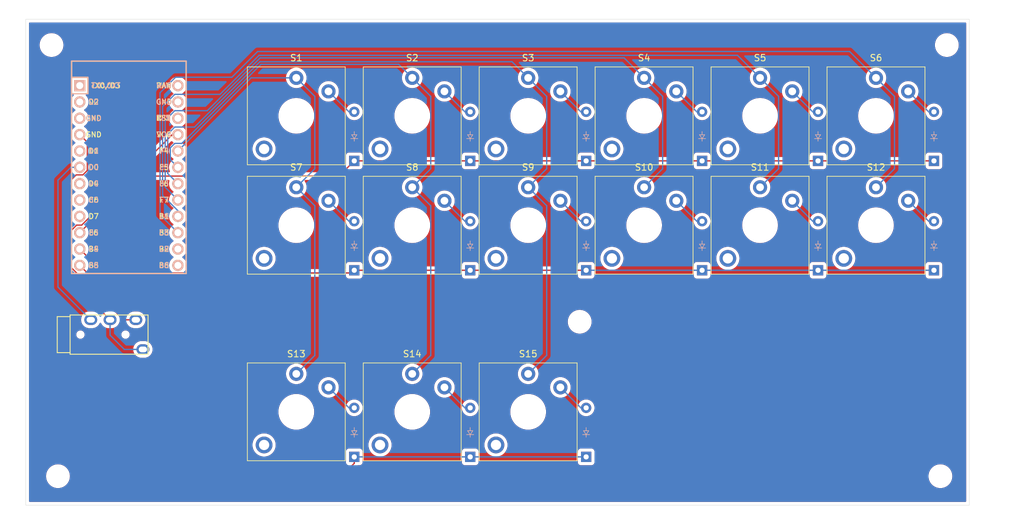
<source format=kicad_pcb>
(kicad_pcb (version 20240108) (generator "pcbnew") (generator_version "8.0")
  (layers (0 "F.Cu" signal) (31 "B.Cu" signal) (34 "B.Paste" user) (35 "F.Paste" user) (36 "B.SilkS" user "B.Silkscreen") (37 "F.SilkS" user "F.Silkscreen") (38 "B.Mask" user) (39 "F.Mask" user) (44 "Edge.Cuts" user))
  (net 0 "")
  (net 1 "Row1Top")
  (net 2 "Net-(D1-A)")
  (net 3 "Net-(D2-A)")
  (net 4 "Net-(D3-A)")
  (net 5 "Net-(D4-A)")
  (net 6 "Net-(D5-A)")
  (net 7 "Net-(D6-A)")
  (net 8 "Net-(D7-A)")
  (net 9 "Row2Middle")
  (net 10 "Net-(D8-A)")
  (net 11 "Net-(D9-A)")
  (net 12 "Net-(D10-A)")
  (net 13 "Net-(D11-A)")
  (net 14 "Net-(D12-A)")
  (net 15 "Net-(D13-A)")
  (net 16 "Row3Bottom")
  (net 17 "Net-(D14-A)")
  (net 18 "Net-(D15-A)")
  (net 19 "Column1")
  (net 20 "Column2")
  (net 21 "Column3")
  (net 22 "Column4")
  (net 23 "Column5")
  (net 24 "Column6")
  (net 26 "TRRS_DATA")
  (net 28 "TRRS_GROUND")
  (net 30 "TRRSVCC")
  (footprint "ScottoKeebs_Choc:Choc_V2_1.00u" (layer "F.Cu") (at 80 126)
    (property "Reference" "S13")
    (property "Value" "Keyswitch")
  )
  (footprint "ScottoKeebs_Choc:Choc_V2_1.00u" (layer "F.Cu") (at 116 80)
    (property "Reference" "S3")
    (property "Value" "Keyswitch")
  )
  (footprint "MountingHole:MountingHole_3.2mm_M3" (layer "F.Cu") (at 181 69)
    (property "Reference" "REF**" (hide yes))
    (property "Value" "MountingHole_3.2mm_M3" (hide yes))
  )
  (footprint "ScottoKeebs_MCU:Arduino_Pro_Micro" (layer "F.Cu") (at 54 89.27)
    (property "Reference" "U1" (hide yes))
    (property "Value" "Arduino_Pro_Micro" (hide yes))
  )
  (footprint "MountingHole:MountingHole_3.2mm_M3" (layer "F.Cu") (at 43 136)
    (property "Reference" "REF**" (hide yes))
    (property "Value" "MountingHole_3.2mm_M3" (hide yes))
  )
  (footprint "ScottoKeebs_Components:TRRS_PJ-320A" (layer "F.Cu") (at 44.8875 114 90)
    (property "Reference" "U2" (hide yes))
    (property "Value" "TRRS" (hide yes))
  )
  (footprint "ScottoKeebs_Choc:Choc_V2_1.00u" (layer "F.Cu") (at 134 97)
    (property "Reference" "S10")
    (property "Value" "Keyswitch")
  )
  (footprint "ScottoKeebs_Choc:Choc_V2_1.00u" (layer "F.Cu") (at 80 97)
    (property "Reference" "S7")
    (property "Value" "Keyswitch")
  )
  (footprint "MountingHole:MountingHole_3.2mm_M3" (layer "F.Cu") (at 124 112)
    (property "Reference" "REF**" (hide yes))
    (property "Value" "MountingHole_3.2mm_M3" (hide yes))
  )
  (footprint "ScottoKeebs_Choc:Choc_V2_1.00u" (layer "F.Cu") (at 116 97)
    (property "Reference" "S9")
    (property "Value" "Keyswitch")
  )
  (footprint "ScottoKeebs_Choc:Choc_V2_1.00u" (layer "F.Cu") (at 98 126)
    (property "Reference" "S14")
    (property "Value" "Keyswitch")
  )
  (footprint "ScottoKeebs_Choc:Choc_V2_1.00u" (layer "F.Cu") (at 116 126)
    (property "Reference" "S15")
    (property "Value" "Keyswitch")
  )
  (footprint "ScottoKeebs_Choc:Choc_V2_1.00u" (layer "F.Cu") (at 170 97)
    (property "Reference" "S12")
    (property "Value" "Keyswitch")
  )
  (footprint "MountingHole:MountingHole_3.2mm_M3" (layer "F.Cu") (at 42 69)
    (property "Reference" "REF**" (hide yes))
    (property "Value" "MountingHole_3.2mm_M3" (hide yes))
  )
  (footprint "ScottoKeebs_Choc:Choc_V2_1.00u" (layer "F.Cu") (at 152 80)
    (property "Reference" "S5")
    (property "Value" "Keyswitch")
  )
  (footprint "ScottoKeebs_Choc:Choc_V2_1.00u" (layer "F.Cu") (at 80 80)
    (property "Reference" "S1")
    (property "Value" "Keyswitch")
  )
  (footprint "ScottoKeebs_Choc:Choc_V2_1.00u" (layer "F.Cu") (at 98 97)
    (property "Reference" "S8")
    (property "Value" "Keyswitch")
  )
  (footprint "ScottoKeebs_Choc:Choc_V2_1.00u" (layer "F.Cu") (at 98 80)
    (property "Reference" "S2")
    (property "Value" "Keyswitch")
  )
  (footprint "ScottoKeebs_Choc:Choc_V2_1.00u" (layer "F.Cu") (at 152 97)
    (property "Reference" "S11")
    (property "Value" "Keyswitch")
  )
  (footprint "MountingHole:MountingHole_3.2mm_M3" (layer "F.Cu") (at 180 136)
    (property "Reference" "REF**" (hide yes))
    (property "Value" "MountingHole_3.2mm_M3" (hide yes))
  )
  (footprint "ScottoKeebs_Choc:Choc_V2_1.00u" (layer "F.Cu") (at 134 80)
    (property "Reference" "S4")
    (property "Value" "Keyswitch")
  )
  (footprint "ScottoKeebs_Choc:Choc_V2_1.00u" (layer "F.Cu") (at 170 80)
    (property "Reference" "S6")
    (property "Value" "Keyswitch")
  )
  (footprint "ScottoKeebs_Components:Diode_DO-35" (layer "B.Cu") (at 107 104 90)
    (property "Reference" "D8" (hide yes))
    (property "Value" "Diode" (hide yes))
  )
  (footprint "ScottoKeebs_Components:Diode_DO-35" (layer "B.Cu") (at 125 133 90)
    (property "Reference" "D15" (hide yes))
    (property "Value" "Diode" (hide yes))
  )
  (footprint "ScottoKeebs_Components:Diode_DO-35" (layer "B.Cu") (at 89 133 90)
    (property "Reference" "D13" (hide yes))
    (property "Value" "Diode" (hide yes))
  )
  (footprint "ScottoKeebs_Components:Diode_DO-35" (layer "B.Cu") (at 107 87 90)
    (property "Reference" "D2" (hide yes))
    (property "Value" "Diode" (hide yes))
  )
  (footprint "ScottoKeebs_Components:Diode_DO-35" (layer "B.Cu") (at 179 104 90)
    (property "Reference" "D12" (hide yes))
    (property "Value" "Diode" (hide yes))
  )
  (footprint "ScottoKeebs_Components:Diode_DO-35" (layer "B.Cu") (at 161 104 90)
    (property "Reference" "D11" (hide yes))
    (property "Value" "Diode" (hide yes))
  )
  (footprint "ScottoKeebs_Components:Diode_DO-35" (layer "B.Cu") (at 161 87 90)
    (property "Reference" "D5" (hide yes))
    (property "Value" "Diode" (hide yes))
  )
  (footprint "ScottoKeebs_Components:Diode_DO-35" (layer "B.Cu") (at 143 87 90)
    (property "Reference" "D4" (hide yes))
    (property "Value" "Diode" (hide yes))
  )
  (footprint "ScottoKeebs_Components:Diode_DO-35" (layer "B.Cu") (at 107 133 90)
    (property "Reference" "D14" (hide yes))
    (property "Value" "Diode" (hide yes))
  )
  (footprint "ScottoKeebs_Components:Diode_DO-35" (layer "B.Cu") (at 125 87 90)
    (property "Reference" "D3" (hide yes))
    (property "Value" "Diode" (hide yes))
  )
  (footprint "ScottoKeebs_Components:Diode_DO-35" (layer "B.Cu") (at 89 104 90)
    (property "Reference" "D7" (hide yes))
    (property "Value" "Diode" (hide yes))
  )
  (footprint "ScottoKeebs_Components:Diode_DO-35" (layer "B.Cu") (at 89 87 90)
    (property "Reference" "D1" (hide yes))
    (property "Value" "Diode" (hide yes))
  )
  (footprint "ScottoKeebs_Components:Diode_DO-35" (layer "B.Cu") (at 179 87 90)
    (property "Reference" "D6" (hide yes))
    (property "Value" "Diode" (hide yes))
  )
  (footprint "ScottoKeebs_Components:Diode_DO-35" (layer "B.Cu") (at 143 104 90)
    (property "Reference" "D10" (hide yes))
    (property "Value" "Diode" (hide yes))
  )
  (footprint "ScottoKeebs_Components:Diode_DO-35" (layer "B.Cu") (at 125 104 90)
    (property "Reference" "D9" (hide yes))
    (property "Value" "Diode" (hide yes))
  )
  (gr_rect (start 38 65) (end 184.5 140.5) (stroke (width 0.05)) (fill none) (layer "Edge.Cuts"))
  (segment (start 161 87) (end 143 87) (width 0.2) (layer "F.Cu") (net 1))
  (segment (start 143 87) (end 125 87) (width 0.2) (layer "F.Cu") (net 1))
  (segment (start 125 87) (end 107 87) (width 0.2) (layer "F.Cu") (net 1))
  (segment (start 55.1763 89.3637) (end 86.6363 89.3637) (width 0.2) (layer "F.Cu") (net 1))
  (segment (start 86.6363 89.3637) (end 89 87) (width 0.2) (layer "F.Cu") (net 1))
  (segment (start 46.38 98.16) (end 55.1763 89.3637) (width 0.2) (layer "F.Cu") (net 1))
  (segment (start 89 87) (end 107 87) (width 0.2) (layer "F.Cu") (net 1))
  (segment (start 179 87) (end 161 87) (width 0.2) (layer "F.Cu") (net 1))
  (segment (start 85 76.2) (end 88.18 79.38) (width 0.2) (layer "B.Cu") (net 2))
  (segment (start 88.18 79.38) (end 89 79.38) (width 0.2) (layer "B.Cu") (net 2))
  (segment (start 103 76.2) (end 106.18 79.38) (width 0.2) (layer "B.Cu") (net 3))
  (segment (start 106.18 79.38) (end 107 79.38) (width 0.2) (layer "B.Cu") (net 3))
  (segment (start 124.18 79.38) (end 125 79.38) (width 0.2) (layer "B.Cu") (net 4))
  (segment (start 121 76.2) (end 124.18 79.38) (width 0.2) (layer "B.Cu") (net 4))
  (segment (start 142.18 79.38) (end 143 79.38) (width 0.2) (layer "B.Cu") (net 5))
  (segment (start 139 76.2) (end 142.18 79.38) (width 0.2) (layer "B.Cu") (net 5))
  (segment (start 160.18 79.38) (end 161 79.38) (width 0.2) (layer "B.Cu") (net 6))
  (segment (start 157 76.2) (end 160.18 79.38) (width 0.2) (layer "B.Cu") (net 6))
  (segment (start 178.18 79.38) (end 179 79.38) (width 0.2) (layer "B.Cu") (net 7))
  (segment (start 175 76.2) (end 178.18 79.38) (width 0.2) (layer "B.Cu") (net 7))
  (segment (start 85 93.2) (end 88.18 96.38) (width 0.2) (layer "B.Cu") (net 8))
  (segment (start 88.18 96.38) (end 89 96.38) (width 0.2) (layer "B.Cu") (net 8))
  (segment (start 89 104) (end 107 104) (width 0.2) (layer "F.Cu") (net 9))
  (segment (start 50.0963 104.4163) (end 46.38 100.7) (width 0.2) (layer "F.Cu") (net 9))
  (segment (start 88.5837 104.4163) (end 50.0963 104.4163) (width 0.2) (layer "F.Cu") (net 9))
  (segment (start 107 104) (end 125 104) (width 0.2) (layer "F.Cu") (net 9))
  (segment (start 89 104) (end 88.5837 104.4163) (width 0.2) (layer "F.Cu") (net 9))
  (segment (start 179 104) (end 161 104) (width 0.2) (layer "B.Cu") (net 9))
  (segment (start 161 104) (end 143 104) (width 0.2) (layer "B.Cu") (net 9))
  (segment (start 143 104) (end 125 104) (width 0.2) (layer "B.Cu") (net 9))
  (segment (start 106.18 96.38) (end 107 96.38) (width 0.2) (layer "B.Cu") (net 10))
  (segment (start 103 93.2) (end 106.18 96.38) (width 0.2) (layer "B.Cu") (net 10))
  (segment (start 121 93.2) (end 124.18 96.38) (width 0.2) (layer "B.Cu") (net 11))
  (segment (start 124.18 96.38) (end 125 96.38) (width 0.2) (layer "B.Cu") (net 11))
  (segment (start 142.18 96.38) (end 143 96.38) (width 0.2) (layer "B.Cu") (net 12))
  (segment (start 139 93.2) (end 142.18 96.38) (width 0.2) (layer "B.Cu") (net 12))
  (segment (start 160.18 96.38) (end 161 96.38) (width 0.2) (layer "B.Cu") (net 13))
  (segment (start 157 93.2) (end 160.18 96.38) (width 0.2) (layer "B.Cu") (net 13))
  (segment (start 175 93.2) (end 178.18 96.38) (width 0.2) (layer "B.Cu") (net 14))
  (segment (start 178.18 96.38) (end 179 96.38) (width 0.2) (layer "B.Cu") (net 14))
  (segment (start 88.18 125.38) (end 89 125.38) (width 0.2) (layer "B.Cu") (net 15))
  (segment (start 85 122.2) (end 88.18 125.38) (width 0.2) (layer "B.Cu") (net 15))
  (segment (start 65 110) (end 61 110) (width 0.2) (layer "F.Cu") (net 16))
  (segment (start 67 112) (end 65 110) (width 0.2) (layer "F.Cu") (net 16))
  (segment (start 50.14 107) (end 46.38 103.24) (width 0.2) (layer "F.Cu") (net 16))
  (segment (start 58 107) (end 50.14 107) (width 0.2) (layer "F.Cu") (net 16))
  (segment (start 61 110) (end 58 107) (width 0.2) (layer "F.Cu") (net 16))
  (segment (start 89 134) (end 87 136) (width 0.2) (layer "F.Cu") (net 16))
  (segment (start 87 136) (end 70 136) (width 0.2) (layer "F.Cu") (net 16))
  (segment (start 70 136) (end 67 133) (width 0.2) (layer "F.Cu") (net 16))
  (segment (start 89 133) (end 89 134) (width 0.2) (layer "F.Cu") (net 16))
  (segment (start 67 133) (end 67 112) (width 0.2) (layer "F.Cu") (net 16))
  (segment (start 107 133) (end 89 133) (width 0.2) (layer "B.Cu") (net 16))
  (segment (start 125 133) (end 107 133) (width 0.2) (layer "B.Cu") (net 16))
  (segment (start 106.18 125.38) (end 107 125.38) (width 0.2) (layer "B.Cu") (net 17))
  (segment (start 103 122.2) (end 106.18 125.38) (width 0.2) (layer "B.Cu") (net 17))
  (segment (start 124.18 125.38) (end 125 125.38) (width 0.2) (layer "B.Cu") (net 18))
  (segment (start 121 122.2) (end 124.18 125.38) (width 0.2) (layer "B.Cu") (net 18))
  (segment (start 82.875 117.225) (end 80 120.1) (width 0.2) (layer "B.Cu") (net 19))
  (segment (start 80 91.1) (end 82.875 93.975) (width 0.2) (layer "B.Cu") (net 19))
  (segment (start 72.98 74.1) (end 61.62 85.46) (width 0.2) (layer "B.Cu") (net 19))
  (segment (start 82.875 76.975) (end 82.875 88.225) (width 0.2) (layer "B.Cu") (net 19))
  (segment (start 82.875 93.975) (end 82.875 117.225) (width 0.2) (layer "B.Cu") (net 19))
  (segment (start 80 74.1) (end 82.875 76.975) (width 0.2) (layer "B.Cu") (net 19))
  (segment (start 82.875 88.225) (end 80 91.1) (width 0.2) (layer "B.Cu") (net 19))
  (segment (start 80 74.1) (end 72.98 74.1) (width 0.2) (layer "B.Cu") (net 19))
  (segment (start 61.62 88) (end 60.4437 86.8237) (width 0.2) (layer "B.Cu") (net 20))
  (segment (start 74.514314 72) (end 95.9 72) (width 0.2) (layer "B.Cu") (net 20))
  (segment (start 98 74.1) (end 100.875 76.975) (width 0.2) (layer "B.Cu") (net 20))
  (segment (start 100.875 117.225) (end 98 120.1) (width 0.2) (layer "B.Cu") (net 20))
  (segment (start 61.13276 84.2837) (end 62.230614 84.2837) (width 0.2) (layer "B.Cu") (net 20))
  (segment (start 60.4437 86.8237) (end 60.4437 84.97276) (width 0.2) (layer "B.Cu") (net 20))
  (segment (start 98 91.1) (end 100.875 93.975) (width 0.2) (layer "B.Cu") (net 20))
  (segment (start 95.9 72) (end 98 74.1) (width 0.2) (layer "B.Cu") (net 20))
  (segment (start 60.4437 84.97276) (end 61.13276 84.2837) (width 0.2) (layer "B.Cu") (net 20))
  (segment (start 100.875 88.225) (end 98 91.1) (width 0.2) (layer "B.Cu") (net 20))
  (segment (start 100.875 76.975) (end 100.875 88.225) (width 0.2) (layer "B.Cu") (net 20))
  (segment (start 62.230614 84.2837) (end 74.514314 72) (width 0.2) (layer "B.Cu") (net 20))
  (segment (start 100.875 93.975) (end 100.875 117.225) (width 0.2) (layer "B.Cu") (net 20))
  (segment (start 113.5 71.6) (end 116 74.1) (width 0.2) (layer "B.Cu") (net 21))
  (segment (start 74.348628 71.6) (end 113.5 71.6) (width 0.2) (layer "B.Cu") (net 21))
  (segment (start 61.62 90.54) (end 60.0437 88.9637) (width 0.2) (layer "B.Cu") (net 21))
  (segment (start 118.875 117.225) (end 116 120.1) (width 0.2) (layer "B.Cu") (net 21))
  (segment (start 118.875 76.975) (end 118.875 88.225) (width 0.2) (layer "B.Cu") (net 21))
  (segment (start 118.875 93.975) (end 118.875 117.225) (width 0.2) (layer "B.Cu") (net 21))
  (segment (start 61.13276 81.7437) (end 64.204928 81.7437) (width 0.2) (layer "B.Cu") (net 21))
  (segment (start 64.204928 81.7437) (end 74.348628 71.6) (width 0.2) (layer "B.Cu") (net 21))
  (segment (start 60.0437 88.9637) (end 60.0437 82.83276) (width 0.2) (layer "B.Cu") (net 21))
  (segment (start 116 91.1) (end 118.875 93.975) (width 0.2) (layer "B.Cu") (net 21))
  (segment (start 60.0437 82.83276) (end 61.13276 81.7437) (width 0.2) (layer "B.Cu") (net 21))
  (segment (start 118.875 88.225) (end 116 91.1) (width 0.2) (layer "B.Cu") (net 21))
  (segment (start 116 74.1) (end 118.875 76.975) (width 0.2) (layer "B.Cu") (net 21))
  (segment (start 130.9 71) (end 134 74.1) (width 0.2) (layer "B.Cu") (net 22))
  (segment (start 136.875 76.975) (end 136.875 88.225) (width 0.2) (layer "B.Cu") (net 22))
  (segment (start 61.62 93.08) (end 59.6437 91.1037) (width 0.2) (layer "B.Cu") (net 22))
  (segment (start 66.179242 79.2037) (end 74.382942 71) (width 0.2) (layer "B.Cu") (net 22))
  (segment (start 59.6437 91.1037) (end 59.6437 80.69276) (width 0.2) (layer "B.Cu") (net 22))
  (segment (start 134 74.1) (end 136.875 76.975) (width 0.2) (layer "B.Cu") (net 22))
  (segment (start 136.875 88.225) (end 134 91.1) (width 0.2) (layer "B.Cu") (net 22))
  (segment (start 59.6437 80.69276) (end 61.13276 79.2037) (width 0.2) (layer "B.Cu") (net 22))
  (segment (start 61.13276 79.2037) (end 66.179242 79.2037) (width 0.2) (layer "B.Cu") (net 22))
  (segment (start 74.382942 71) (end 130.9 71) (width 0.2) (layer "B.Cu") (net 22))
  (segment (start 61.62 95.62) (end 61.62 94.74354) (width 0.2) (layer "B.Cu") (net 23))
  (segment (start 74.217256 70.6) (end 148.5 70.6) (width 0.2) (layer "B.Cu") (net 23))
  (segment (start 154.875 76.975) (end 154.875 88.225) (width 0.2) (layer "B.Cu") (net 23))
  (segment (start 154.875 88.225) (end 152 91.1) (width 0.2) (layer "B.Cu") (net 23))
  (segment (start 68.153556 76.6637) (end 74.217256 70.6) (width 0.2) (layer "B.Cu") (net 23))
  (segment (start 148.5 70.6) (end 152 74.1) (width 0.2) (layer "B.Cu") (net 23))
  (segment (start 59.2437 78.55276) (end 61.13276 76.6637) (width 0.2) (layer "B.Cu") (net 23))
  (segment (start 152 74.1) (end 154.875 76.975) (width 0.2) (layer "B.Cu") (net 23))
  (segment (start 61.13276 76.6637) (end 68.153556 76.6637) (width 0.2) (layer "B.Cu") (net 23))
  (segment (start 59.2437 92.36724) (end 59.2437 78.55276) (width 0.2) (layer "B.Cu") (net 23))
  (segment (start 61.62 94.74354) (end 59.2437 92.36724) (width 0.2) (layer "B.Cu") (net 23))
  (segment (start 172.875 88.225) (end 170 91.1) (width 0.2) (layer "B.Cu") (net 24))
  (segment (start 58.8437 95.3837) (end 58.8437 76.41276) (width 0.2) (layer "B.Cu") (net 24))
  (segment (start 61.25646 74) (end 70 74) (width 0.2) (layer "B.Cu") (net 24))
  (segment (start 74 70) (end 165.9 70) (width 0.2) (layer "B.Cu") (net 24))
  (segment (start 61.62 98.16) (end 58.8437 95.3837) (width 0.2) (layer "B.Cu") (net 24))
  (segment (start 172.875 76.975) (end 172.875 88.225) (width 0.2) (layer "B.Cu") (net 24))
  (segment (start 58.8437 76.41276) (end 61.25646 74) (width 0.2) (layer "B.Cu") (net 24))
  (segment (start 170 74.1) (end 172.875 76.975) (width 0.2) (layer "B.Cu") (net 24))
  (segment (start 70 74) (end 74 70) (width 0.2) (layer "B.Cu") (net 24))
  (segment (start 165.9 70) (end 170 74.1) (width 0.2) (layer "B.Cu") (net 24))
  (segment (start 48.0875 111.7) (end 43 106.6125) (width 0.2) (layer "B.Cu") (net 26))
  (segment (start 43 90) (end 45 88) (width 0.2) (layer "B.Cu") (net 26))
  (segment (start 43 106.6125) (end 43 90) (width 0.2) (layer "B.Cu") (net 26))
  (segment (start 45 88) (end 46.38 88) (width 0.2) (layer "B.Cu") (net 26))
  (segment (start 47.5563 88.48724) (end 46.86724 89.1763) (width 0.2) (layer "F.Cu") (net 28))
  (segment (start 44.6 105.2125) (end 51.0875 111.7) (width 0.2) (layer "F.Cu") (net 28))
  (segment (start 44.6 90.4) (end 44.6 105.2125) (width 0.2) (layer "F.Cu") (net 28))
  (segment (start 45.8237 89.1763) (end 44.6 90.4) (width 0.2) (layer "F.Cu") (net 28))
  (segment (start 46.86724 89.1763) (end 45.8237 89.1763) (width 0.2) (layer "F.Cu") (net 28))
  (segment (start 46.38 82.92) (end 47.5563 84.0963) (width 0.2) (layer "F.Cu") (net 28))
  (segment (start 47.5563 84.0963) (end 47.5563 88.48724) (width 0.2) (layer "F.Cu") (net 28))
  (segment (start 53.3 116.3) (end 56.1875 116.3) (width 0.2) (layer "B.Cu") (net 28))
  (segment (start 51.0875 111.7) (end 51.0875 114.0875) (width 0.2) (layer "B.Cu") (net 28))
  (segment (start 51.0875 114.0875) (end 53.3 116.3) (width 0.2) (layer "B.Cu") (net 28))
  (segment (start 53.17646 111.7) (end 55.0875 111.7) (width 0.2) (layer "F.Cu") (net 30))
  (segment (start 60.74354 82.92) (end 46.67984 96.9837) (width 0.2) (layer "F.Cu") (net 30))
  (segment (start 61.62 82.92) (end 60.74354 82.92) (width 0.2) (layer "F.Cu") (net 30))
  (segment (start 45 97.87646) (end 45 103.52354) (width 0.2) (layer "F.Cu") (net 30))
  (segment (start 46.67984 96.9837) (end 45.89276 96.9837) (width 0.2) (layer "F.Cu") (net 30))
  (segment (start 45 103.52354) (end 53.17646 111.7) (width 0.2) (layer "F.Cu") (net 30))
  (segment (start 45.89276 96.9837) (end 45 97.87646) (width 0.2) (layer "F.Cu") (net 30))
  (zone (net 0) (net_name "") (layers "F.Cu" "B.Cu") (connect_pads (clearance 0.5)) (min_thickness 0.25) (fill yes (thermal_gap 0.5) (thermal_bridge_width 0.5) (island_removal_mode 1) (island_area_min 10))
    (polygon (pts (xy 34 62) (xy 35 143) (xy 193 143) (xy 188 62)))
  )
)
</source>
